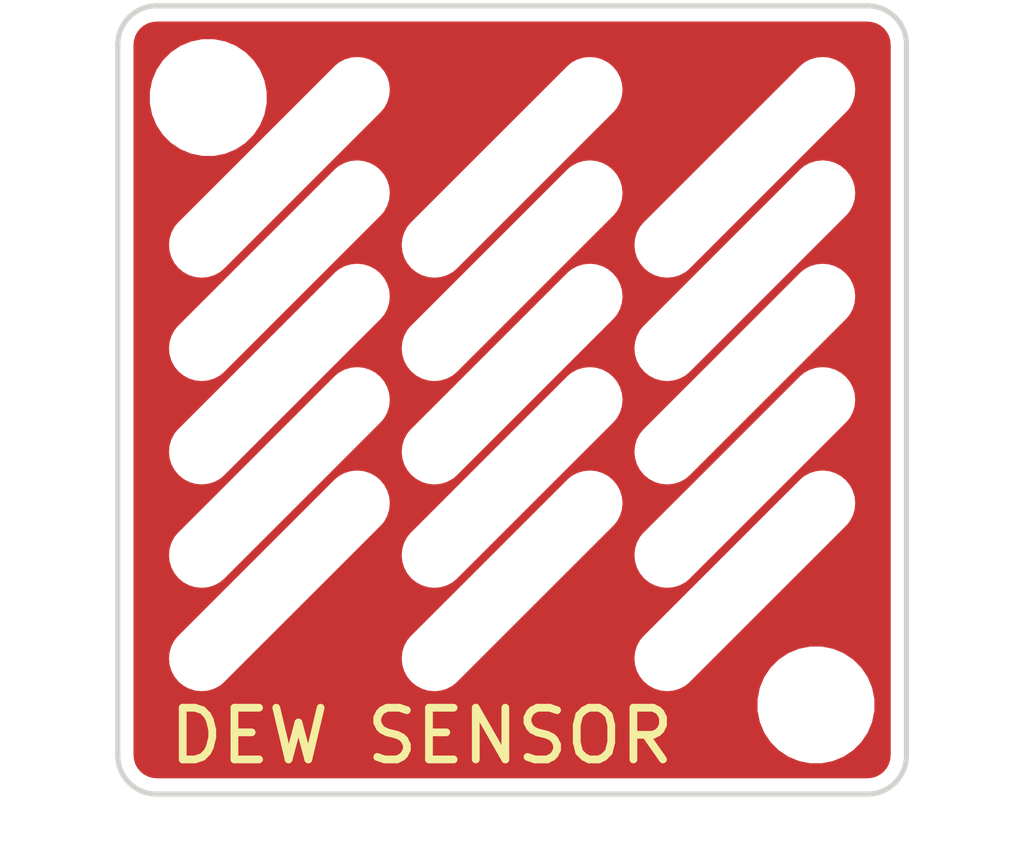
<source format=kicad_pcb>
(kicad_pcb (version 20171130) (host pcbnew 5.1.0)

  (general
    (thickness 1.6)
    (drawings 19)
    (tracks 0)
    (zones 0)
    (modules 17)
    (nets 1)
  )

  (page A4)
  (layers
    (0 F.Cu signal)
    (31 B.Cu signal)
    (32 B.Adhes user)
    (33 F.Adhes user)
    (34 B.Paste user)
    (35 F.Paste user)
    (36 B.SilkS user)
    (37 F.SilkS user)
    (38 B.Mask user)
    (39 F.Mask user)
    (40 Dwgs.User user)
    (41 Cmts.User user)
    (42 Eco1.User user)
    (43 Eco2.User user)
    (44 Edge.Cuts user)
    (45 Margin user)
    (46 B.CrtYd user)
    (47 F.CrtYd user)
    (48 B.Fab user)
    (49 F.Fab user)
  )

  (setup
    (last_trace_width 0.25)
    (trace_clearance 0.2)
    (zone_clearance 0.508)
    (zone_45_only no)
    (trace_min 0.2)
    (via_size 0.8)
    (via_drill 0.4)
    (via_min_size 0.4)
    (via_min_drill 0.3)
    (uvia_size 0.3)
    (uvia_drill 0.1)
    (uvias_allowed no)
    (uvia_min_size 0.2)
    (uvia_min_drill 0.1)
    (edge_width 0.05)
    (segment_width 0.2)
    (pcb_text_width 0.3)
    (pcb_text_size 1.5 1.5)
    (mod_edge_width 0.12)
    (mod_text_size 1 1)
    (mod_text_width 0.15)
    (pad_size 1.5 10)
    (pad_drill 1.5)
    (pad_to_mask_clearance 0.051)
    (solder_mask_min_width 0.25)
    (aux_axis_origin 0 0)
    (visible_elements 7FFFFFFF)
    (pcbplotparams
      (layerselection 0x010e0_ffffffff)
      (usegerberextensions false)
      (usegerberattributes false)
      (usegerberadvancedattributes false)
      (creategerberjobfile false)
      (excludeedgelayer true)
      (linewidth 0.100000)
      (plotframeref false)
      (viasonmask false)
      (mode 1)
      (useauxorigin true)
      (hpglpennumber 1)
      (hpglpenspeed 20)
      (hpglpendiameter 15.000000)
      (psnegative false)
      (psa4output false)
      (plotreference true)
      (plotvalue true)
      (plotinvisibletext false)
      (padsonsilk false)
      (subtractmaskfromsilk false)
      (outputformat 1)
      (mirror false)
      (drillshape 0)
      (scaleselection 1)
      (outputdirectory "Gerber"))
  )

  (net 0 "")

  (net_class Default "Dies ist die voreingestellte Netzklasse."
    (clearance 0.2)
    (trace_width 0.25)
    (via_dia 0.8)
    (via_drill 0.4)
    (uvia_dia 0.3)
    (uvia_drill 0.1)
  )

  (module ak:SLOT_10x1.5MM (layer F.Cu) (tedit 5CC1D730) (tstamp 5CC1D82C)
    (at 115 101 270)
    (fp_text reference REF** (at 0 11 270) (layer F.SilkS) hide
      (effects (font (size 1 1) (thickness 0.15)))
    )
    (fp_text value SLOT_10x1.5MM (at 0 -11 270) (layer F.Fab) hide
      (effects (font (size 1 1) (thickness 0.15)))
    )
    (pad "" np_thru_hole oval (at 0 0 315) (size 1.5 10) (drill oval 1.5 10) (layers *.Cu *.Mask))
  )

  (module ak:SLOT_10x1.5MM (layer F.Cu) (tedit 5CC1D730) (tstamp 5CC1D828)
    (at 115 93 270)
    (fp_text reference REF** (at 0 11 270) (layer F.SilkS) hide
      (effects (font (size 1 1) (thickness 0.15)))
    )
    (fp_text value SLOT_10x1.5MM (at 0 -11 270) (layer F.Fab) hide
      (effects (font (size 1 1) (thickness 0.15)))
    )
    (pad "" np_thru_hole oval (at 0 0 315) (size 1.5 10) (drill oval 1.5 10) (layers *.Cu *.Mask))
  )

  (module ak:SLOT_10x1.5MM (layer F.Cu) (tedit 5CC1D730) (tstamp 5CC1D824)
    (at 115 89 270)
    (fp_text reference REF** (at 0 11 270) (layer F.SilkS) hide
      (effects (font (size 1 1) (thickness 0.15)))
    )
    (fp_text value SLOT_10x1.5MM (at 0 -11 270) (layer F.Fab) hide
      (effects (font (size 1 1) (thickness 0.15)))
    )
    (pad "" np_thru_hole oval (at 0 0 315) (size 1.5 10) (drill oval 1.5 10) (layers *.Cu *.Mask))
  )

  (module ak:SLOT_10x1.5MM (layer F.Cu) (tedit 5CC1D730) (tstamp 5CC1D820)
    (at 115 97 270)
    (fp_text reference REF** (at 0 11 270) (layer F.SilkS) hide
      (effects (font (size 1 1) (thickness 0.15)))
    )
    (fp_text value SLOT_10x1.5MM (at 0 -11 270) (layer F.Fab) hide
      (effects (font (size 1 1) (thickness 0.15)))
    )
    (pad "" np_thru_hole oval (at 0 0 315) (size 1.5 10) (drill oval 1.5 10) (layers *.Cu *.Mask))
  )

  (module ak:SLOT_10x1.5MM (layer F.Cu) (tedit 5CC1D730) (tstamp 5CC1D81C)
    (at 115 85 270)
    (fp_text reference REF** (at 0 11 270) (layer F.SilkS) hide
      (effects (font (size 1 1) (thickness 0.15)))
    )
    (fp_text value SLOT_10x1.5MM (at 0 -11 270) (layer F.Fab) hide
      (effects (font (size 1 1) (thickness 0.15)))
    )
    (pad "" np_thru_hole oval (at 0 0 315) (size 1.5 10) (drill oval 1.5 10) (layers *.Cu *.Mask))
  )

  (module ak:SLOT_10x1.5MM (layer F.Cu) (tedit 5CC1D730) (tstamp 5CC1D82C)
    (at 124 101 270)
    (fp_text reference REF** (at 0 11 270) (layer F.SilkS) hide
      (effects (font (size 1 1) (thickness 0.15)))
    )
    (fp_text value SLOT_10x1.5MM (at 0 -11 270) (layer F.Fab) hide
      (effects (font (size 1 1) (thickness 0.15)))
    )
    (pad "" np_thru_hole oval (at 0 0 315) (size 1.5 10) (drill oval 1.5 10) (layers *.Cu *.Mask))
  )

  (module ak:SLOT_10x1.5MM (layer F.Cu) (tedit 5CC1D730) (tstamp 5CC1D828)
    (at 124 93 270)
    (fp_text reference REF** (at 0 11 270) (layer F.SilkS) hide
      (effects (font (size 1 1) (thickness 0.15)))
    )
    (fp_text value SLOT_10x1.5MM (at 0 -11 270) (layer F.Fab) hide
      (effects (font (size 1 1) (thickness 0.15)))
    )
    (pad "" np_thru_hole oval (at 0 0 315) (size 1.5 10) (drill oval 1.5 10) (layers *.Cu *.Mask))
  )

  (module ak:SLOT_10x1.5MM (layer F.Cu) (tedit 5CC1D730) (tstamp 5CC1D824)
    (at 124 89 270)
    (fp_text reference REF** (at 0 11 270) (layer F.SilkS) hide
      (effects (font (size 1 1) (thickness 0.15)))
    )
    (fp_text value SLOT_10x1.5MM (at 0 -11 270) (layer F.Fab) hide
      (effects (font (size 1 1) (thickness 0.15)))
    )
    (pad "" np_thru_hole oval (at 0 0 315) (size 1.5 10) (drill oval 1.5 10) (layers *.Cu *.Mask))
  )

  (module ak:SLOT_10x1.5MM (layer F.Cu) (tedit 5CC1D730) (tstamp 5CC1D820)
    (at 124 97 270)
    (fp_text reference REF** (at 0 11 270) (layer F.SilkS) hide
      (effects (font (size 1 1) (thickness 0.15)))
    )
    (fp_text value SLOT_10x1.5MM (at 0 -11 270) (layer F.Fab) hide
      (effects (font (size 1 1) (thickness 0.15)))
    )
    (pad "" np_thru_hole oval (at 0 0 315) (size 1.5 10) (drill oval 1.5 10) (layers *.Cu *.Mask))
  )

  (module ak:SLOT_10x1.5MM (layer F.Cu) (tedit 5CC1D730) (tstamp 5CC1D81C)
    (at 124 85 270)
    (fp_text reference REF** (at 0 11 270) (layer F.SilkS) hide
      (effects (font (size 1 1) (thickness 0.15)))
    )
    (fp_text value SLOT_10x1.5MM (at 0 -11 270) (layer F.Fab) hide
      (effects (font (size 1 1) (thickness 0.15)))
    )
    (pad "" np_thru_hole oval (at 0 0 315) (size 1.5 10) (drill oval 1.5 10) (layers *.Cu *.Mask))
  )

  (module ak:SLOT_10x1.5MM (layer F.Cu) (tedit 5CC1D730) (tstamp 5CC1D7EC)
    (at 133 101 270)
    (fp_text reference REF** (at 0 11 270) (layer F.SilkS) hide
      (effects (font (size 1 1) (thickness 0.15)))
    )
    (fp_text value SLOT_10x1.5MM (at 0 -11 270) (layer F.Fab) hide
      (effects (font (size 1 1) (thickness 0.15)))
    )
    (pad "" np_thru_hole oval (at 0 0 315) (size 1.5 10) (drill oval 1.5 10) (layers *.Cu *.Mask))
  )

  (module ak:SLOT_10x1.5MM (layer F.Cu) (tedit 5CC1D730) (tstamp 5CC1D7EC)
    (at 133 97 270)
    (fp_text reference REF** (at 0 11 270) (layer F.SilkS) hide
      (effects (font (size 1 1) (thickness 0.15)))
    )
    (fp_text value SLOT_10x1.5MM (at 0 -11 270) (layer F.Fab) hide
      (effects (font (size 1 1) (thickness 0.15)))
    )
    (pad "" np_thru_hole oval (at 0 0 315) (size 1.5 10) (drill oval 1.5 10) (layers *.Cu *.Mask))
  )

  (module ak:SLOT_10x1.5MM (layer F.Cu) (tedit 5CC1D730) (tstamp 5CC1D7EC)
    (at 133 93 270)
    (fp_text reference REF** (at 0 11 270) (layer F.SilkS) hide
      (effects (font (size 1 1) (thickness 0.15)))
    )
    (fp_text value SLOT_10x1.5MM (at 0 -11 270) (layer F.Fab) hide
      (effects (font (size 1 1) (thickness 0.15)))
    )
    (pad "" np_thru_hole oval (at 0 0 315) (size 1.5 10) (drill oval 1.5 10) (layers *.Cu *.Mask))
  )

  (module ak:SLOT_10x1.5MM (layer F.Cu) (tedit 5CC1D730) (tstamp 5CC1D7DD)
    (at 133 85 270)
    (fp_text reference REF** (at 0 11 270) (layer F.SilkS) hide
      (effects (font (size 1 1) (thickness 0.15)))
    )
    (fp_text value SLOT_10x1.5MM (at 0 -11 270) (layer F.Fab) hide
      (effects (font (size 1 1) (thickness 0.15)))
    )
    (pad "" np_thru_hole oval (at 0 0 315) (size 1.5 10) (drill oval 1.5 10) (layers *.Cu *.Mask))
  )

  (module ak:SLOT_10x1.5MM (layer F.Cu) (tedit 5CC1D730) (tstamp 5CC1D73F)
    (at 133 89 270)
    (fp_text reference REF** (at 0 11 270) (layer F.SilkS) hide
      (effects (font (size 1 1) (thickness 0.15)))
    )
    (fp_text value SLOT_10x1.5MM (at 0 -11 270) (layer F.Fab) hide
      (effects (font (size 1 1) (thickness 0.15)))
    )
    (pad "" np_thru_hole oval (at 0 0 315) (size 1.5 10) (drill oval 1.5 10) (layers *.Cu *.Mask))
  )

  (module MountingHole:MountingHole_3.5mm (layer F.Cu) (tedit 56D1B4CB) (tstamp 5CC23892)
    (at 135.75 105.8)
    (descr "Mounting Hole 3.5mm, no annular")
    (tags "mounting hole 3.5mm no annular")
    (attr virtual)
    (fp_text reference REF** (at 0 -4.5) (layer F.SilkS) hide
      (effects (font (size 1 1) (thickness 0.15)))
    )
    (fp_text value MountingHole_3.5mm (at 0 4.5) (layer F.Fab)
      (effects (font (size 1 1) (thickness 0.15)))
    )
    (fp_text user %R (at 0.3 0) (layer F.Fab)
      (effects (font (size 1 1) (thickness 0.15)))
    )
    (fp_circle (center 0 0) (end 3.5 0) (layer Cmts.User) (width 0.15))
    (fp_circle (center 0 0) (end 3.75 0) (layer F.CrtYd) (width 0.05))
    (pad 1 np_thru_hole circle (at 0 0) (size 3.5 3.5) (drill 3.5) (layers *.Cu *.Mask))
  )

  (module MountingHole:MountingHole_3.5mm (layer F.Cu) (tedit 56D1B4CB) (tstamp 5CC030AB)
    (at 112.25 82.3)
    (descr "Mounting Hole 3.5mm, no annular")
    (tags "mounting hole 3.5mm no annular")
    (attr virtual)
    (fp_text reference REF** (at 0 -4.5) (layer F.SilkS) hide
      (effects (font (size 1 1) (thickness 0.15)))
    )
    (fp_text value MountingHole_3.5mm (at 0 4.5) (layer F.Fab)
      (effects (font (size 1 1) (thickness 0.15)))
    )
    (fp_circle (center 0 0) (end 3.75 0) (layer F.CrtYd) (width 0.05))
    (fp_circle (center 0 0) (end 3.5 0) (layer Cmts.User) (width 0.15))
    (fp_text user %R (at 0.3 0) (layer F.Fab)
      (effects (font (size 1 1) (thickness 0.15)))
    )
    (pad 1 np_thru_hole circle (at 0 0) (size 3.5 3.5) (drill 3.5) (layers *.Cu *.Mask))
  )

  (gr_line (start 137.986325 79.588051) (end 109.985578 79.588074) (layer Dwgs.User) (width 0.2))
  (gr_arc (start 109.986059 80.025796) (end 109.986059 79.590552) (angle -90.14684266) (layer Dwgs.User) (width 0.2))
  (gr_line (start 109.547157 80.027217) (end 109.547157 108.026923) (layer Dwgs.User) (width 0.2))
  (gr_arc (start 109.9861 108.03) (end 109.550856 108.03) (angle -90.14684266) (layer Dwgs.User) (width 0.2))
  (gr_line (start 109.986059 108.465945) (end 137.985949 108.465823) (layer Dwgs.User) (width 0.2))
  (gr_arc (start 137.99 108.03) (end 137.99 108.465244) (angle -90.14684266) (layer Dwgs.User) (width 0.2))
  (gr_line (start 138.424817 108.028182) (end 138.425257 80.026921) (layer Dwgs.User) (width 0.2) (tstamp 5CC031A4))
  (gr_arc (start 137.99 80.0258) (end 138.425244 80.0258) (angle -90.14684266) (layer Dwgs.User) (width 0.2))
  (gr_circle (center 112.25 82.3) (end 112.25 80.55) (layer Dwgs.User) (width 0.2))
  (gr_arc (start 110.25 107.75) (end 108.75 107.75) (angle -90) (layer Edge.Cuts) (width 0.2) (tstamp 5CC1D0CB))
  (gr_arc (start 137.75 107.75) (end 137.75 109.25) (angle -90) (layer Edge.Cuts) (width 0.2) (tstamp 5CC1D0CB))
  (gr_arc (start 137.75 80.25) (end 139.25 80.25) (angle -90) (layer Edge.Cuts) (width 0.2) (tstamp 5CC1D0CB))
  (gr_arc (start 110.25 80.25) (end 110.25 78.75) (angle -90) (layer Edge.Cuts) (width 0.2))
  (gr_text "DEW SENSOR" (at 120.5 107) (layer F.SilkS)
    (effects (font (size 2 2) (thickness 0.3)))
  )
  (gr_circle (center 135.75 105.78) (end 135.75 104.03) (layer Dwgs.User) (width 0.2))
  (gr_line (start 108.75 107.75) (end 108.75 80.25) (layer Edge.Cuts) (width 0.2) (tstamp 5CBF8A1D))
  (gr_line (start 137.75 109.25) (end 110.25 109.25) (layer Edge.Cuts) (width 0.2))
  (gr_line (start 139.25 80.25) (end 139.25 107.75) (layer Edge.Cuts) (width 0.2) (tstamp 5CC031A7))
  (gr_line (start 110.25 78.75) (end 137.75 78.75) (layer Edge.Cuts) (width 0.2))

  (zone (net 0) (net_name "") (layer F.Cu) (tstamp 0) (hatch edge 0.508)
    (connect_pads (clearance 0.508))
    (min_thickness 0.254)
    (fill yes (arc_segments 32) (thermal_gap 0.508) (thermal_bridge_width 0.508))
    (polygon
      (pts
        (xy 109.25 79.25) (xy 138.75 79.25) (xy 138.75 108.75) (xy 109.25 108.75)
      )
    )
    (filled_polygon
      (pts
        (xy 137.897902 79.503026) (xy 138.040178 79.545982) (xy 138.171392 79.61575) (xy 138.286561 79.70968) (xy 138.381291 79.824187)
        (xy 138.451976 79.954916) (xy 138.495922 80.096883) (xy 138.515 80.278402) (xy 138.515001 107.714045) (xy 138.496974 107.897902)
        (xy 138.454018 108.040178) (xy 138.38425 108.171392) (xy 138.290321 108.286561) (xy 138.17581 108.381292) (xy 138.045085 108.451975)
        (xy 137.903116 108.495922) (xy 137.721599 108.515) (xy 110.285945 108.515) (xy 110.102098 108.496974) (xy 109.959822 108.454018)
        (xy 109.828608 108.38425) (xy 109.713439 108.290321) (xy 109.618708 108.17581) (xy 109.548025 108.045085) (xy 109.504078 107.903116)
        (xy 109.485 107.721599) (xy 109.485 105.565098) (xy 133.365 105.565098) (xy 133.365 106.034902) (xy 133.456654 106.495679)
        (xy 133.63644 106.929721) (xy 133.89745 107.320349) (xy 134.229651 107.65255) (xy 134.620279 107.91356) (xy 135.054321 108.093346)
        (xy 135.515098 108.185) (xy 135.984902 108.185) (xy 136.445679 108.093346) (xy 136.879721 107.91356) (xy 137.270349 107.65255)
        (xy 137.60255 107.320349) (xy 137.86356 106.929721) (xy 138.043346 106.495679) (xy 138.135 106.034902) (xy 138.135 105.565098)
        (xy 138.043346 105.104321) (xy 137.86356 104.670279) (xy 137.60255 104.279651) (xy 137.270349 103.94745) (xy 136.879721 103.68644)
        (xy 136.445679 103.506654) (xy 135.984902 103.415) (xy 135.515098 103.415) (xy 135.054321 103.506654) (xy 134.620279 103.68644)
        (xy 134.229651 103.94745) (xy 133.89745 104.279651) (xy 133.63644 104.670279) (xy 133.456654 105.104321) (xy 133.365 105.565098)
        (xy 109.485 105.565098) (xy 109.485 104.005204) (xy 110.603096 104.005204) (xy 110.629836 104.276711) (xy 110.709032 104.537784)
        (xy 110.83764 104.778392) (xy 111.010715 104.989285) (xy 111.221608 105.16236) (xy 111.462216 105.290968) (xy 111.723289 105.370164)
        (xy 111.994796 105.396904) (xy 112.266303 105.370164) (xy 112.527376 105.290968) (xy 112.767984 105.16236) (xy 112.926029 105.032656)
        (xy 113.953481 104.005204) (xy 119.603096 104.005204) (xy 119.629836 104.276711) (xy 119.709032 104.537784) (xy 119.83764 104.778392)
        (xy 120.010715 104.989285) (xy 120.221608 105.16236) (xy 120.462216 105.290968) (xy 120.723289 105.370164) (xy 120.994796 105.396904)
        (xy 121.266303 105.370164) (xy 121.527376 105.290968) (xy 121.767984 105.16236) (xy 121.926029 105.032656) (xy 122.953481 104.005204)
        (xy 128.603096 104.005204) (xy 128.629836 104.276711) (xy 128.709032 104.537784) (xy 128.83764 104.778392) (xy 129.010715 104.989285)
        (xy 129.221608 105.16236) (xy 129.462216 105.290968) (xy 129.723289 105.370164) (xy 129.994796 105.396904) (xy 130.266303 105.370164)
        (xy 130.527376 105.290968) (xy 130.767984 105.16236) (xy 130.926029 105.032656) (xy 137.032656 98.92603) (xy 137.162361 98.767984)
        (xy 137.290968 98.527377) (xy 137.370164 98.266303) (xy 137.396905 97.994796) (xy 137.370164 97.723289) (xy 137.290968 97.462215)
        (xy 137.162361 97.221608) (xy 136.989285 97.010715) (xy 136.778392 96.837639) (xy 136.537785 96.709032) (xy 136.276711 96.629836)
        (xy 136.005204 96.603095) (xy 135.733697 96.629836) (xy 135.472623 96.709032) (xy 135.232016 96.837639) (xy 135.07397 96.967344)
        (xy 128.967344 103.073971) (xy 128.83764 103.232016) (xy 128.709032 103.472624) (xy 128.629836 103.733697) (xy 128.603096 104.005204)
        (xy 122.953481 104.005204) (xy 126.953481 100.005204) (xy 128.603096 100.005204) (xy 128.629836 100.276711) (xy 128.709032 100.537784)
        (xy 128.83764 100.778392) (xy 129.010715 100.989285) (xy 129.221608 101.16236) (xy 129.462216 101.290968) (xy 129.723289 101.370164)
        (xy 129.994796 101.396904) (xy 130.266303 101.370164) (xy 130.527376 101.290968) (xy 130.767984 101.16236) (xy 130.926029 101.032656)
        (xy 137.032656 94.92603) (xy 137.162361 94.767984) (xy 137.290968 94.527377) (xy 137.370164 94.266303) (xy 137.396905 93.994796)
        (xy 137.370164 93.723289) (xy 137.290968 93.462215) (xy 137.162361 93.221608) (xy 136.989285 93.010715) (xy 136.778392 92.837639)
        (xy 136.537785 92.709032) (xy 136.276711 92.629836) (xy 136.005204 92.603095) (xy 135.733697 92.629836) (xy 135.472623 92.709032)
        (xy 135.232016 92.837639) (xy 135.07397 92.967344) (xy 128.967344 99.073971) (xy 128.83764 99.232016) (xy 128.709032 99.472624)
        (xy 128.629836 99.733697) (xy 128.603096 100.005204) (xy 126.953481 100.005204) (xy 128.032656 98.92603) (xy 128.162361 98.767984)
        (xy 128.290968 98.527377) (xy 128.370164 98.266303) (xy 128.396905 97.994796) (xy 128.370164 97.723289) (xy 128.290968 97.462215)
        (xy 128.162361 97.221608) (xy 127.989285 97.010715) (xy 127.778392 96.837639) (xy 127.537785 96.709032) (xy 127.276711 96.629836)
        (xy 127.005204 96.603095) (xy 126.733697 96.629836) (xy 126.472623 96.709032) (xy 126.232016 96.837639) (xy 126.07397 96.967344)
        (xy 119.967344 103.073971) (xy 119.83764 103.232016) (xy 119.709032 103.472624) (xy 119.629836 103.733697) (xy 119.603096 104.005204)
        (xy 113.953481 104.005204) (xy 117.953481 100.005204) (xy 119.603096 100.005204) (xy 119.629836 100.276711) (xy 119.709032 100.537784)
        (xy 119.83764 100.778392) (xy 120.010715 100.989285) (xy 120.221608 101.16236) (xy 120.462216 101.290968) (xy 120.723289 101.370164)
        (xy 120.994796 101.396904) (xy 121.266303 101.370164) (xy 121.527376 101.290968) (xy 121.767984 101.16236) (xy 121.926029 101.032656)
        (xy 126.953481 96.005204) (xy 128.603096 96.005204) (xy 128.629836 96.276711) (xy 128.709032 96.537784) (xy 128.83764 96.778392)
        (xy 129.010715 96.989285) (xy 129.221608 97.16236) (xy 129.462216 97.290968) (xy 129.723289 97.370164) (xy 129.994796 97.396904)
        (xy 130.266303 97.370164) (xy 130.527376 97.290968) (xy 130.767984 97.16236) (xy 130.926029 97.032656) (xy 137.032656 90.92603)
        (xy 137.162361 90.767984) (xy 137.290968 90.527377) (xy 137.370164 90.266303) (xy 137.396905 89.994796) (xy 137.370164 89.723289)
        (xy 137.290968 89.462215) (xy 137.162361 89.221608) (xy 136.989285 89.010715) (xy 136.778392 88.837639) (xy 136.537785 88.709032)
        (xy 136.276711 88.629836) (xy 136.005204 88.603095) (xy 135.733697 88.629836) (xy 135.472623 88.709032) (xy 135.232016 88.837639)
        (xy 135.07397 88.967344) (xy 128.967344 95.073971) (xy 128.83764 95.232016) (xy 128.709032 95.472624) (xy 128.629836 95.733697)
        (xy 128.603096 96.005204) (xy 126.953481 96.005204) (xy 128.032656 94.92603) (xy 128.162361 94.767984) (xy 128.290968 94.527377)
        (xy 128.370164 94.266303) (xy 128.396905 93.994796) (xy 128.370164 93.723289) (xy 128.290968 93.462215) (xy 128.162361 93.221608)
        (xy 127.989285 93.010715) (xy 127.778392 92.837639) (xy 127.537785 92.709032) (xy 127.276711 92.629836) (xy 127.005204 92.603095)
        (xy 126.733697 92.629836) (xy 126.472623 92.709032) (xy 126.232016 92.837639) (xy 126.07397 92.967344) (xy 119.967344 99.073971)
        (xy 119.83764 99.232016) (xy 119.709032 99.472624) (xy 119.629836 99.733697) (xy 119.603096 100.005204) (xy 117.953481 100.005204)
        (xy 119.032656 98.92603) (xy 119.162361 98.767984) (xy 119.290968 98.527377) (xy 119.370164 98.266303) (xy 119.396905 97.994796)
        (xy 119.370164 97.723289) (xy 119.290968 97.462215) (xy 119.162361 97.221608) (xy 118.989285 97.010715) (xy 118.778392 96.837639)
        (xy 118.537785 96.709032) (xy 118.276711 96.629836) (xy 118.005204 96.603095) (xy 117.733697 96.629836) (xy 117.472623 96.709032)
        (xy 117.232016 96.837639) (xy 117.07397 96.967344) (xy 110.967344 103.073971) (xy 110.83764 103.232016) (xy 110.709032 103.472624)
        (xy 110.629836 103.733697) (xy 110.603096 104.005204) (xy 109.485 104.005204) (xy 109.485 100.005204) (xy 110.603096 100.005204)
        (xy 110.629836 100.276711) (xy 110.709032 100.537784) (xy 110.83764 100.778392) (xy 111.010715 100.989285) (xy 111.221608 101.16236)
        (xy 111.462216 101.290968) (xy 111.723289 101.370164) (xy 111.994796 101.396904) (xy 112.266303 101.370164) (xy 112.527376 101.290968)
        (xy 112.767984 101.16236) (xy 112.926029 101.032656) (xy 117.953481 96.005204) (xy 119.603096 96.005204) (xy 119.629836 96.276711)
        (xy 119.709032 96.537784) (xy 119.83764 96.778392) (xy 120.010715 96.989285) (xy 120.221608 97.16236) (xy 120.462216 97.290968)
        (xy 120.723289 97.370164) (xy 120.994796 97.396904) (xy 121.266303 97.370164) (xy 121.527376 97.290968) (xy 121.767984 97.16236)
        (xy 121.926029 97.032656) (xy 126.953481 92.005204) (xy 128.603096 92.005204) (xy 128.629836 92.276711) (xy 128.709032 92.537784)
        (xy 128.83764 92.778392) (xy 129.010715 92.989285) (xy 129.221608 93.16236) (xy 129.462216 93.290968) (xy 129.723289 93.370164)
        (xy 129.994796 93.396904) (xy 130.266303 93.370164) (xy 130.527376 93.290968) (xy 130.767984 93.16236) (xy 130.926029 93.032656)
        (xy 137.032656 86.92603) (xy 137.162361 86.767984) (xy 137.290968 86.527377) (xy 137.370164 86.266303) (xy 137.396905 85.994796)
        (xy 137.370164 85.723289) (xy 137.290968 85.462215) (xy 137.162361 85.221608) (xy 136.989285 85.010715) (xy 136.778392 84.837639)
        (xy 136.537785 84.709032) (xy 136.276711 84.629836) (xy 136.005204 84.603095) (xy 135.733697 84.629836) (xy 135.472623 84.709032)
        (xy 135.232016 84.837639) (xy 135.07397 84.967344) (xy 128.967344 91.073971) (xy 128.83764 91.232016) (xy 128.709032 91.472624)
        (xy 128.629836 91.733697) (xy 128.603096 92.005204) (xy 126.953481 92.005204) (xy 128.032656 90.92603) (xy 128.162361 90.767984)
        (xy 128.290968 90.527377) (xy 128.370164 90.266303) (xy 128.396905 89.994796) (xy 128.370164 89.723289) (xy 128.290968 89.462215)
        (xy 128.162361 89.221608) (xy 127.989285 89.010715) (xy 127.778392 88.837639) (xy 127.537785 88.709032) (xy 127.276711 88.629836)
        (xy 127.005204 88.603095) (xy 126.733697 88.629836) (xy 126.472623 88.709032) (xy 126.232016 88.837639) (xy 126.07397 88.967344)
        (xy 119.967344 95.073971) (xy 119.83764 95.232016) (xy 119.709032 95.472624) (xy 119.629836 95.733697) (xy 119.603096 96.005204)
        (xy 117.953481 96.005204) (xy 119.032656 94.92603) (xy 119.162361 94.767984) (xy 119.290968 94.527377) (xy 119.370164 94.266303)
        (xy 119.396905 93.994796) (xy 119.370164 93.723289) (xy 119.290968 93.462215) (xy 119.162361 93.221608) (xy 118.989285 93.010715)
        (xy 118.778392 92.837639) (xy 118.537785 92.709032) (xy 118.276711 92.629836) (xy 118.005204 92.603095) (xy 117.733697 92.629836)
        (xy 117.472623 92.709032) (xy 117.232016 92.837639) (xy 117.07397 92.967344) (xy 110.967344 99.073971) (xy 110.83764 99.232016)
        (xy 110.709032 99.472624) (xy 110.629836 99.733697) (xy 110.603096 100.005204) (xy 109.485 100.005204) (xy 109.485 96.005204)
        (xy 110.603096 96.005204) (xy 110.629836 96.276711) (xy 110.709032 96.537784) (xy 110.83764 96.778392) (xy 111.010715 96.989285)
        (xy 111.221608 97.16236) (xy 111.462216 97.290968) (xy 111.723289 97.370164) (xy 111.994796 97.396904) (xy 112.266303 97.370164)
        (xy 112.527376 97.290968) (xy 112.767984 97.16236) (xy 112.926029 97.032656) (xy 117.953481 92.005204) (xy 119.603096 92.005204)
        (xy 119.629836 92.276711) (xy 119.709032 92.537784) (xy 119.83764 92.778392) (xy 120.010715 92.989285) (xy 120.221608 93.16236)
        (xy 120.462216 93.290968) (xy 120.723289 93.370164) (xy 120.994796 93.396904) (xy 121.266303 93.370164) (xy 121.527376 93.290968)
        (xy 121.767984 93.16236) (xy 121.926029 93.032656) (xy 126.953481 88.005204) (xy 128.603096 88.005204) (xy 128.629836 88.276711)
        (xy 128.709032 88.537784) (xy 128.83764 88.778392) (xy 129.010715 88.989285) (xy 129.221608 89.16236) (xy 129.462216 89.290968)
        (xy 129.723289 89.370164) (xy 129.994796 89.396904) (xy 130.266303 89.370164) (xy 130.527376 89.290968) (xy 130.767984 89.16236)
        (xy 130.926029 89.032656) (xy 137.032656 82.92603) (xy 137.162361 82.767984) (xy 137.290968 82.527377) (xy 137.370164 82.266303)
        (xy 137.396905 81.994796) (xy 137.370164 81.723289) (xy 137.290968 81.462215) (xy 137.162361 81.221608) (xy 136.989285 81.010715)
        (xy 136.778392 80.837639) (xy 136.537785 80.709032) (xy 136.276711 80.629836) (xy 136.005204 80.603095) (xy 135.733697 80.629836)
        (xy 135.472623 80.709032) (xy 135.232016 80.837639) (xy 135.07397 80.967344) (xy 128.967344 87.073971) (xy 128.83764 87.232016)
        (xy 128.709032 87.472624) (xy 128.629836 87.733697) (xy 128.603096 88.005204) (xy 126.953481 88.005204) (xy 128.032656 86.92603)
        (xy 128.162361 86.767984) (xy 128.290968 86.527377) (xy 128.370164 86.266303) (xy 128.396905 85.994796) (xy 128.370164 85.723289)
        (xy 128.290968 85.462215) (xy 128.162361 85.221608) (xy 127.989285 85.010715) (xy 127.778392 84.837639) (xy 127.537785 84.709032)
        (xy 127.276711 84.629836) (xy 127.005204 84.603095) (xy 126.733697 84.629836) (xy 126.472623 84.709032) (xy 126.232016 84.837639)
        (xy 126.07397 84.967344) (xy 119.967344 91.073971) (xy 119.83764 91.232016) (xy 119.709032 91.472624) (xy 119.629836 91.733697)
        (xy 119.603096 92.005204) (xy 117.953481 92.005204) (xy 119.032656 90.92603) (xy 119.162361 90.767984) (xy 119.290968 90.527377)
        (xy 119.370164 90.266303) (xy 119.396905 89.994796) (xy 119.370164 89.723289) (xy 119.290968 89.462215) (xy 119.162361 89.221608)
        (xy 118.989285 89.010715) (xy 118.778392 88.837639) (xy 118.537785 88.709032) (xy 118.276711 88.629836) (xy 118.005204 88.603095)
        (xy 117.733697 88.629836) (xy 117.472623 88.709032) (xy 117.232016 88.837639) (xy 117.07397 88.967344) (xy 110.967344 95.073971)
        (xy 110.83764 95.232016) (xy 110.709032 95.472624) (xy 110.629836 95.733697) (xy 110.603096 96.005204) (xy 109.485 96.005204)
        (xy 109.485 92.005204) (xy 110.603096 92.005204) (xy 110.629836 92.276711) (xy 110.709032 92.537784) (xy 110.83764 92.778392)
        (xy 111.010715 92.989285) (xy 111.221608 93.16236) (xy 111.462216 93.290968) (xy 111.723289 93.370164) (xy 111.994796 93.396904)
        (xy 112.266303 93.370164) (xy 112.527376 93.290968) (xy 112.767984 93.16236) (xy 112.926029 93.032656) (xy 117.953481 88.005204)
        (xy 119.603096 88.005204) (xy 119.629836 88.276711) (xy 119.709032 88.537784) (xy 119.83764 88.778392) (xy 120.010715 88.989285)
        (xy 120.221608 89.16236) (xy 120.462216 89.290968) (xy 120.723289 89.370164) (xy 120.994796 89.396904) (xy 121.266303 89.370164)
        (xy 121.527376 89.290968) (xy 121.767984 89.16236) (xy 121.926029 89.032656) (xy 128.032656 82.92603) (xy 128.162361 82.767984)
        (xy 128.290968 82.527377) (xy 128.370164 82.266303) (xy 128.396905 81.994796) (xy 128.370164 81.723289) (xy 128.290968 81.462215)
        (xy 128.162361 81.221608) (xy 127.989285 81.010715) (xy 127.778392 80.837639) (xy 127.537785 80.709032) (xy 127.276711 80.629836)
        (xy 127.005204 80.603095) (xy 126.733697 80.629836) (xy 126.472623 80.709032) (xy 126.232016 80.837639) (xy 126.07397 80.967344)
        (xy 119.967344 87.073971) (xy 119.83764 87.232016) (xy 119.709032 87.472624) (xy 119.629836 87.733697) (xy 119.603096 88.005204)
        (xy 117.953481 88.005204) (xy 119.032656 86.92603) (xy 119.162361 86.767984) (xy 119.290968 86.527377) (xy 119.370164 86.266303)
        (xy 119.396905 85.994796) (xy 119.370164 85.723289) (xy 119.290968 85.462215) (xy 119.162361 85.221608) (xy 118.989285 85.010715)
        (xy 118.778392 84.837639) (xy 118.537785 84.709032) (xy 118.276711 84.629836) (xy 118.005204 84.603095) (xy 117.733697 84.629836)
        (xy 117.472623 84.709032) (xy 117.232016 84.837639) (xy 117.07397 84.967344) (xy 110.967344 91.073971) (xy 110.83764 91.232016)
        (xy 110.709032 91.472624) (xy 110.629836 91.733697) (xy 110.603096 92.005204) (xy 109.485 92.005204) (xy 109.485 88.005204)
        (xy 110.603096 88.005204) (xy 110.629836 88.276711) (xy 110.709032 88.537784) (xy 110.83764 88.778392) (xy 111.010715 88.989285)
        (xy 111.221608 89.16236) (xy 111.462216 89.290968) (xy 111.723289 89.370164) (xy 111.994796 89.396904) (xy 112.266303 89.370164)
        (xy 112.527376 89.290968) (xy 112.767984 89.16236) (xy 112.926029 89.032656) (xy 119.032656 82.92603) (xy 119.162361 82.767984)
        (xy 119.290968 82.527377) (xy 119.370164 82.266303) (xy 119.396905 81.994796) (xy 119.370164 81.723289) (xy 119.290968 81.462215)
        (xy 119.162361 81.221608) (xy 118.989285 81.010715) (xy 118.778392 80.837639) (xy 118.537785 80.709032) (xy 118.276711 80.629836)
        (xy 118.005204 80.603095) (xy 117.733697 80.629836) (xy 117.472623 80.709032) (xy 117.232016 80.837639) (xy 117.07397 80.967344)
        (xy 110.967344 87.073971) (xy 110.83764 87.232016) (xy 110.709032 87.472624) (xy 110.629836 87.733697) (xy 110.603096 88.005204)
        (xy 109.485 88.005204) (xy 109.485 82.065098) (xy 109.865 82.065098) (xy 109.865 82.534902) (xy 109.956654 82.995679)
        (xy 110.13644 83.429721) (xy 110.39745 83.820349) (xy 110.729651 84.15255) (xy 111.120279 84.41356) (xy 111.554321 84.593346)
        (xy 112.015098 84.685) (xy 112.484902 84.685) (xy 112.945679 84.593346) (xy 113.379721 84.41356) (xy 113.770349 84.15255)
        (xy 114.10255 83.820349) (xy 114.36356 83.429721) (xy 114.543346 82.995679) (xy 114.635 82.534902) (xy 114.635 82.065098)
        (xy 114.543346 81.604321) (xy 114.36356 81.170279) (xy 114.10255 80.779651) (xy 113.770349 80.44745) (xy 113.379721 80.18644)
        (xy 112.945679 80.006654) (xy 112.484902 79.915) (xy 112.015098 79.915) (xy 111.554321 80.006654) (xy 111.120279 80.18644)
        (xy 110.729651 80.44745) (xy 110.39745 80.779651) (xy 110.13644 81.170279) (xy 109.956654 81.604321) (xy 109.865 82.065098)
        (xy 109.485 82.065098) (xy 109.485 80.285945) (xy 109.503026 80.102098) (xy 109.545982 79.959822) (xy 109.61575 79.828608)
        (xy 109.70968 79.713439) (xy 109.824187 79.618709) (xy 109.954916 79.548024) (xy 110.096883 79.504078) (xy 110.278401 79.485)
        (xy 137.714055 79.485)
      )
    )
  )
)

</source>
